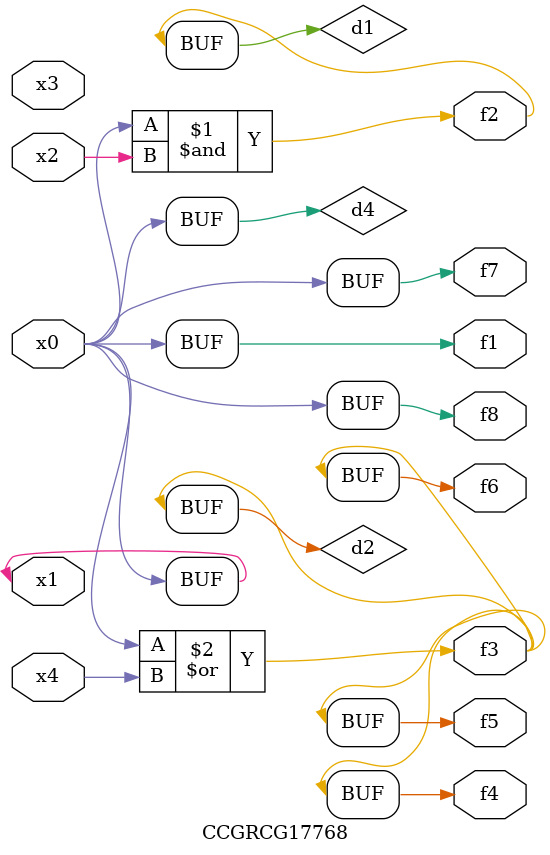
<source format=v>
module CCGRCG17768(
	input x0, x1, x2, x3, x4,
	output f1, f2, f3, f4, f5, f6, f7, f8
);

	wire d1, d2, d3, d4;

	and (d1, x0, x2);
	or (d2, x0, x4);
	nand (d3, x0, x2);
	buf (d4, x0, x1);
	assign f1 = d4;
	assign f2 = d1;
	assign f3 = d2;
	assign f4 = d2;
	assign f5 = d2;
	assign f6 = d2;
	assign f7 = d4;
	assign f8 = d4;
endmodule

</source>
